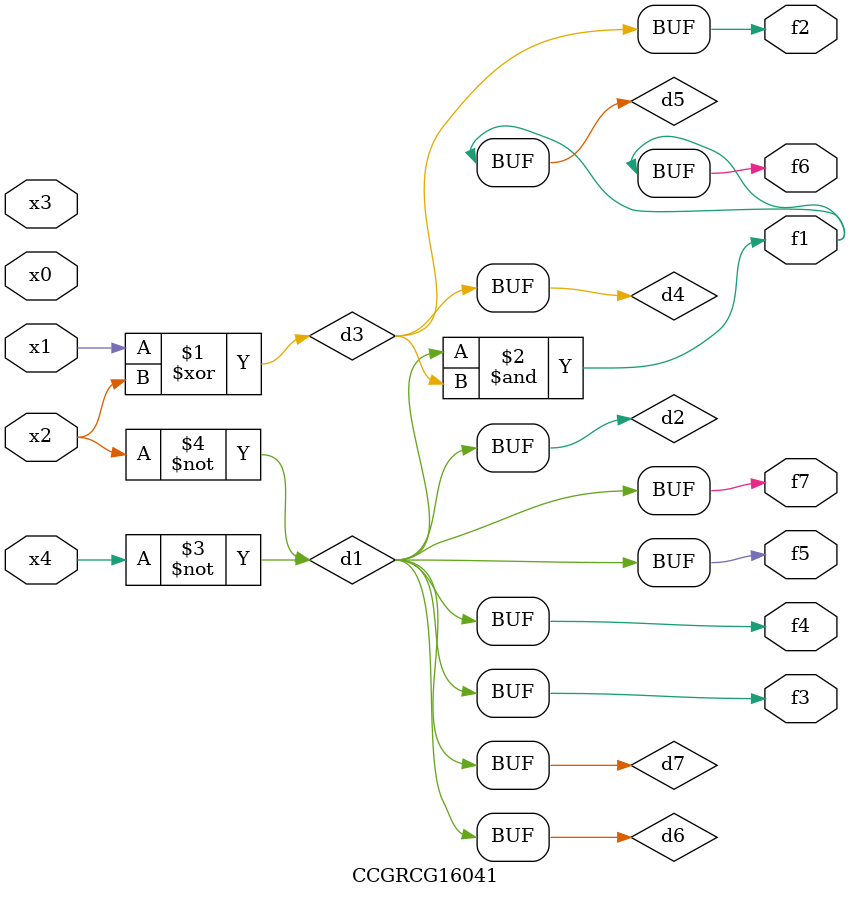
<source format=v>
module CCGRCG16041(
	input x0, x1, x2, x3, x4,
	output f1, f2, f3, f4, f5, f6, f7
);

	wire d1, d2, d3, d4, d5, d6, d7;

	not (d1, x4);
	not (d2, x2);
	xor (d3, x1, x2);
	buf (d4, d3);
	and (d5, d1, d3);
	buf (d6, d1, d2);
	buf (d7, d2);
	assign f1 = d5;
	assign f2 = d4;
	assign f3 = d7;
	assign f4 = d7;
	assign f5 = d7;
	assign f6 = d5;
	assign f7 = d7;
endmodule

</source>
